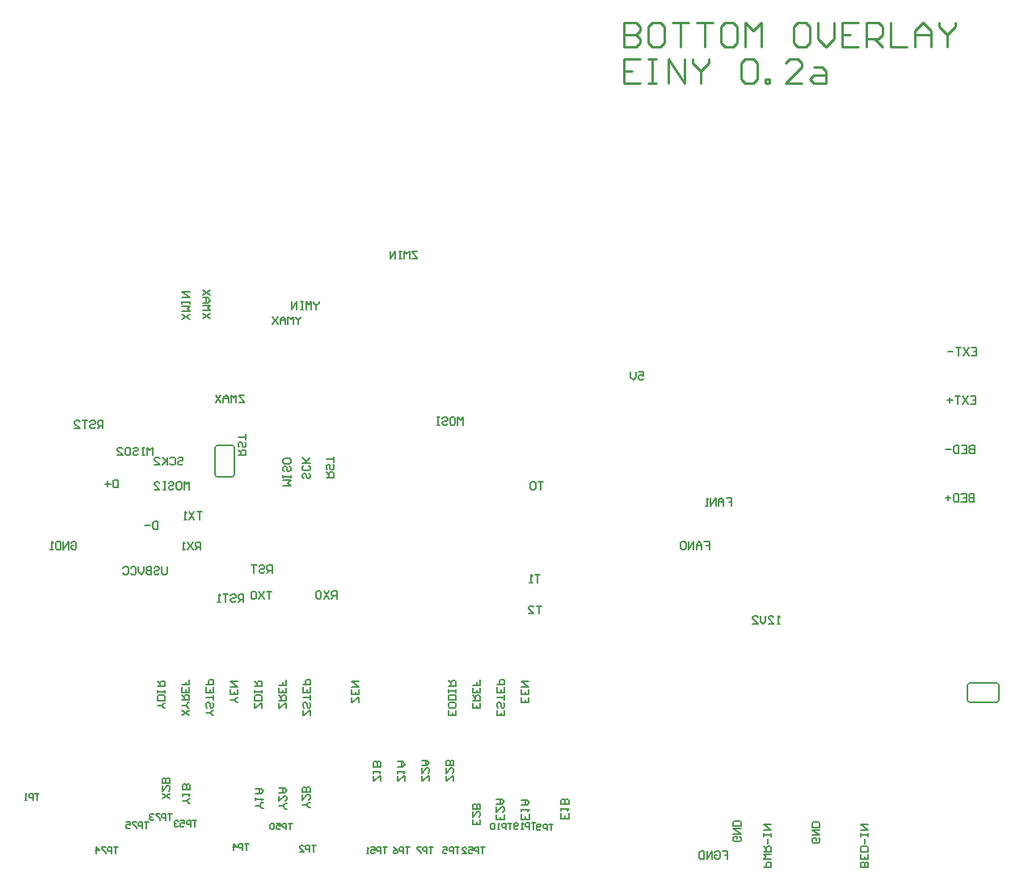
<source format=gbo>
G04 Layer_Color=32896*
%FSLAX25Y25*%
%MOIN*%
G70*
G01*
G75*
%ADD68C,0.01000*%
%ADD135C,0.00600*%
%ADD136C,0.00500*%
G54D68*
X259165Y352497D02*
X252500D01*
Y342500D01*
X259165D01*
X252500Y347498D02*
X255832D01*
X262497Y352497D02*
X265829D01*
X264163D01*
Y342500D01*
X262497D01*
X265829D01*
X270827D02*
Y352497D01*
X277492Y342500D01*
Y352497D01*
X280824D02*
Y350831D01*
X284156Y347498D01*
X287489Y350831D01*
Y352497D01*
X284156Y347498D02*
Y342500D01*
X300818Y350831D02*
X302484Y352497D01*
X305816D01*
X307482Y350831D01*
Y344166D01*
X305816Y342500D01*
X302484D01*
X300818Y344166D01*
Y350831D01*
X310814Y342500D02*
Y344166D01*
X312481D01*
Y342500D01*
X310814D01*
X325810D02*
X319145D01*
X325810Y349165D01*
Y350831D01*
X324144Y352497D01*
X320811D01*
X319145Y350831D01*
X330808Y349165D02*
X334140D01*
X335806Y347498D01*
Y342500D01*
X330808D01*
X329142Y344166D01*
X330808Y345832D01*
X335806D01*
X252500Y367497D02*
Y357500D01*
X257498D01*
X259165Y359166D01*
Y360832D01*
X257498Y362498D01*
X252500D01*
X257498D01*
X259165Y364164D01*
Y365831D01*
X257498Y367497D01*
X252500D01*
X267495D02*
X264163D01*
X262497Y365831D01*
Y359166D01*
X264163Y357500D01*
X267495D01*
X269161Y359166D01*
Y365831D01*
X267495Y367497D01*
X272494D02*
X279158D01*
X275826D01*
Y357500D01*
X282490Y367497D02*
X289155D01*
X285823D01*
Y357500D01*
X297485Y367497D02*
X294153D01*
X292487Y365831D01*
Y359166D01*
X294153Y357500D01*
X297485D01*
X299152Y359166D01*
Y365831D01*
X297485Y367497D01*
X302484Y357500D02*
Y367497D01*
X305816Y364164D01*
X309148Y367497D01*
Y357500D01*
X327476Y367497D02*
X324144D01*
X322477Y365831D01*
Y359166D01*
X324144Y357500D01*
X327476D01*
X329142Y359166D01*
Y365831D01*
X327476Y367497D01*
X332474D02*
Y360832D01*
X335806Y357500D01*
X339139Y360832D01*
Y367497D01*
X349135D02*
X342471D01*
Y357500D01*
X349135D01*
X342471Y362498D02*
X345803D01*
X352468Y357500D02*
Y367497D01*
X357466D01*
X359132Y365831D01*
Y362498D01*
X357466Y360832D01*
X352468D01*
X355800D02*
X359132Y357500D01*
X362464Y367497D02*
Y357500D01*
X369129D01*
X372461D02*
Y364164D01*
X375794Y367497D01*
X379126Y364164D01*
Y357500D01*
Y362498D01*
X372461D01*
X382458Y367497D02*
Y365831D01*
X385790Y362498D01*
X389123Y365831D01*
Y367497D01*
X385790Y362498D02*
Y357500D01*
G54D135*
X90919Y180041D02*
X91626Y180334D01*
X91919Y181041D01*
Y192041D02*
X91626Y192748D01*
X90919Y193041D01*
X84919D02*
X84212Y192748D01*
X83919Y192041D01*
Y181041D02*
X84212Y180334D01*
X84919Y180041D01*
X394200Y88000D02*
X394493Y87293D01*
X395200Y87000D01*
X406200D02*
X406907Y87293D01*
X407200Y88000D01*
Y94000D02*
X406907Y94707D01*
X406200Y95000D01*
X395200D02*
X394493Y94707D01*
X394200Y94000D01*
X83919Y181041D02*
Y192041D01*
X84919Y193041D02*
X90919D01*
X84919Y180041D02*
X90919D01*
X91919Y181041D02*
Y192041D01*
X395200Y95000D02*
X406200D01*
X407200Y88000D02*
Y94000D01*
X394200Y88000D02*
Y94000D01*
X395200Y87000D02*
X406200D01*
X395767Y233299D02*
X397900D01*
Y230100D01*
X395767D01*
X397900Y231699D02*
X396834D01*
X394701Y233299D02*
X392568Y230100D01*
Y233299D02*
X394701Y230100D01*
X391502Y233299D02*
X389369D01*
X390436D01*
Y230100D01*
X388303Y231699D02*
X386170D01*
X395467Y213299D02*
X397600D01*
Y210100D01*
X395467D01*
X397600Y211700D02*
X396534D01*
X394401Y213299D02*
X392268Y210100D01*
Y213299D02*
X394401Y210100D01*
X391202Y213299D02*
X389069D01*
X390136D01*
Y210100D01*
X388003Y211700D02*
X385870D01*
X386937Y212766D02*
Y210633D01*
X397000Y193099D02*
Y189900D01*
X395401D01*
X394867Y190433D01*
Y190966D01*
X395401Y191499D01*
X397000D01*
X395401D01*
X394867Y192033D01*
Y192566D01*
X395401Y193099D01*
X397000D01*
X391668D02*
X393801D01*
Y189900D01*
X391668D01*
X393801Y191499D02*
X392735D01*
X390602Y193099D02*
Y189900D01*
X389003D01*
X388469Y190433D01*
Y192566D01*
X389003Y193099D01*
X390602D01*
X387403Y191499D02*
X385270D01*
X396900Y172999D02*
Y169800D01*
X395301D01*
X394767Y170333D01*
Y170866D01*
X395301Y171399D01*
X396900D01*
X395301D01*
X394767Y171933D01*
Y172466D01*
X395301Y172999D01*
X396900D01*
X391568D02*
X393701D01*
Y169800D01*
X391568D01*
X393701Y171399D02*
X392635D01*
X390502Y172999D02*
Y169800D01*
X388903D01*
X388369Y170333D01*
Y172466D01*
X388903Y172999D01*
X390502D01*
X387303Y171399D02*
X385170D01*
X386237Y172466D02*
Y170333D01*
X64000Y143099D02*
Y140433D01*
X63467Y139900D01*
X62401D01*
X61867Y140433D01*
Y143099D01*
X58668Y142566D02*
X59202Y143099D01*
X60268D01*
X60801Y142566D01*
Y142033D01*
X60268Y141499D01*
X59202D01*
X58668Y140966D01*
Y140433D01*
X59202Y139900D01*
X60268D01*
X60801Y140433D01*
X57602Y143099D02*
Y139900D01*
X56003D01*
X55469Y140433D01*
Y140966D01*
X56003Y141499D01*
X57602D01*
X56003D01*
X55469Y142033D01*
Y142566D01*
X56003Y143099D01*
X57602D01*
X54403D02*
Y140966D01*
X53337Y139900D01*
X52271Y140966D01*
Y143099D01*
X49071Y142566D02*
X49605Y143099D01*
X50671D01*
X51204Y142566D01*
Y140433D01*
X50671Y139900D01*
X49605D01*
X49071Y140433D01*
X45873Y142566D02*
X46406Y143099D01*
X47472D01*
X48005Y142566D01*
Y140433D01*
X47472Y139900D01*
X46406D01*
X45873Y140433D01*
X24467Y152766D02*
X25001Y153299D01*
X26067D01*
X26600Y152766D01*
Y150633D01*
X26067Y150100D01*
X25001D01*
X24467Y150633D01*
Y151699D01*
X25534D01*
X23401Y150100D02*
Y153299D01*
X21268Y150100D01*
Y153299D01*
X20202D02*
Y150100D01*
X18603D01*
X18069Y150633D01*
Y152766D01*
X18603Y153299D01*
X20202D01*
X17003Y150100D02*
X15937D01*
X16470D01*
Y153299D01*
X17003Y152766D01*
X60300Y161699D02*
Y158500D01*
X58701D01*
X58167Y159033D01*
Y161166D01*
X58701Y161699D01*
X60300D01*
X57101Y160099D02*
X54968D01*
X43900Y178799D02*
Y175600D01*
X42301D01*
X41767Y176133D01*
Y178266D01*
X42301Y178799D01*
X43900D01*
X40701Y177199D02*
X38568D01*
X39635Y178266D02*
Y176133D01*
X258467Y223299D02*
X260600D01*
Y221700D01*
X259534Y222233D01*
X259000D01*
X258467Y221700D01*
Y220633D01*
X259000Y220100D01*
X260067D01*
X260600Y220633D01*
X257401Y223299D02*
Y221166D01*
X256335Y220100D01*
X255268Y221166D01*
Y223299D01*
X186100Y201400D02*
Y204599D01*
X185034Y203533D01*
X183967Y204599D01*
Y201400D01*
X181301Y204599D02*
X182368D01*
X182901Y204066D01*
Y201933D01*
X182368Y201400D01*
X181301D01*
X180768Y201933D01*
Y204066D01*
X181301Y204599D01*
X177569Y204066D02*
X178103Y204599D01*
X179169D01*
X179702Y204066D01*
Y203533D01*
X179169Y202999D01*
X178103D01*
X177569Y202466D01*
Y201933D01*
X178103Y201400D01*
X179169D01*
X179702Y201933D01*
X176503Y204599D02*
X175437D01*
X175970D01*
Y201400D01*
X176503D01*
X175437D01*
X129700Y179800D02*
X132899D01*
Y181400D01*
X132366Y181933D01*
X131299D01*
X130766Y181400D01*
Y179800D01*
Y180866D02*
X129700Y181933D01*
X132366Y185132D02*
X132899Y184599D01*
Y183532D01*
X132366Y182999D01*
X131833D01*
X131299Y183532D01*
Y184599D01*
X130766Y185132D01*
X130233D01*
X129700Y184599D01*
Y183532D01*
X130233Y182999D01*
X132899Y186198D02*
Y188331D01*
Y187264D01*
X129700D01*
X122566Y181533D02*
X123099Y181000D01*
Y179933D01*
X122566Y179400D01*
X122033D01*
X121500Y179933D01*
Y181000D01*
X120966Y181533D01*
X120433D01*
X119900Y181000D01*
Y179933D01*
X120433Y179400D01*
X122566Y184732D02*
X123099Y184198D01*
Y183132D01*
X122566Y182599D01*
X120433D01*
X119900Y183132D01*
Y184198D01*
X120433Y184732D01*
X123099Y185798D02*
X119900D01*
X120966D01*
X123099Y187931D01*
X121500Y186331D01*
X119900Y187931D01*
X111800Y176500D02*
X114999D01*
X113933Y177566D01*
X114999Y178633D01*
X111800D01*
X114999Y179699D02*
Y180765D01*
Y180232D01*
X111800D01*
Y179699D01*
Y180765D01*
X114466Y184497D02*
X114999Y183964D01*
Y182898D01*
X114466Y182365D01*
X113933D01*
X113400Y182898D01*
Y183964D01*
X112866Y184497D01*
X112333D01*
X111800Y183964D01*
Y182898D01*
X112333Y182365D01*
X114999Y187163D02*
Y186097D01*
X114466Y185564D01*
X112333D01*
X111800Y186097D01*
Y187163D01*
X112333Y187696D01*
X114466D01*
X114999Y187163D01*
X95800Y213899D02*
X93667D01*
Y213366D01*
X95800Y211233D01*
Y210700D01*
X93667D01*
X92601D02*
Y213899D01*
X91535Y212833D01*
X90468Y213899D01*
Y210700D01*
X89402D02*
Y212833D01*
X88336Y213899D01*
X87269Y212833D01*
Y210700D01*
Y212299D01*
X89402D01*
X86203Y213899D02*
X84070Y210700D01*
Y213899D02*
X86203Y210700D01*
X167200Y273199D02*
X165067D01*
Y272666D01*
X167200Y270533D01*
Y270000D01*
X165067D01*
X164001D02*
Y273199D01*
X162935Y272133D01*
X161868Y273199D01*
Y270000D01*
X160802Y273199D02*
X159736D01*
X160269D01*
Y270000D01*
X160802D01*
X159736D01*
X158136D02*
Y273199D01*
X156004Y270000D01*
Y273199D01*
X119300Y246199D02*
Y245666D01*
X118234Y244600D01*
X117167Y245666D01*
Y246199D01*
X118234Y244600D02*
Y243000D01*
X116101D02*
Y246199D01*
X115035Y245133D01*
X113968Y246199D01*
Y243000D01*
X112902D02*
Y245133D01*
X111836Y246199D01*
X110769Y245133D01*
Y243000D01*
Y244600D01*
X112902D01*
X109703Y246199D02*
X107571Y243000D01*
Y246199D02*
X109703Y243000D01*
X126700Y252299D02*
Y251766D01*
X125634Y250699D01*
X124567Y251766D01*
Y252299D01*
X125634Y250699D02*
Y249100D01*
X123501D02*
Y252299D01*
X122435Y251233D01*
X121368Y252299D01*
Y249100D01*
X120302Y252299D02*
X119236D01*
X119769D01*
Y249100D01*
X120302D01*
X119236D01*
X117636D02*
Y252299D01*
X115504Y249100D01*
Y252299D01*
X81899Y245400D02*
X78700Y247533D01*
X81899D02*
X78700Y245400D01*
Y248599D02*
X81899D01*
X80833Y249665D01*
X81899Y250732D01*
X78700D01*
Y251798D02*
X80833D01*
X81899Y252864D01*
X80833Y253931D01*
X78700D01*
X80300D01*
Y251798D01*
X81899Y254997D02*
X78700Y257130D01*
X81899D02*
X78700Y254997D01*
X73499Y245100D02*
X70300Y247233D01*
X73499D02*
X70300Y245100D01*
Y248299D02*
X73499D01*
X72433Y249365D01*
X73499Y250432D01*
X70300D01*
X73499Y251498D02*
Y252564D01*
Y252031D01*
X70300D01*
Y251498D01*
Y252564D01*
Y254164D02*
X73499D01*
X70300Y256296D01*
X73499D01*
X37600Y200100D02*
Y203299D01*
X36000D01*
X35467Y202766D01*
Y201699D01*
X36000Y201166D01*
X37600D01*
X36534D02*
X35467Y200100D01*
X32268Y202766D02*
X32801Y203299D01*
X33868D01*
X34401Y202766D01*
Y202233D01*
X33868Y201699D01*
X32801D01*
X32268Y201166D01*
Y200633D01*
X32801Y200100D01*
X33868D01*
X34401Y200633D01*
X31202Y203299D02*
X29069D01*
X30136D01*
Y200100D01*
X25870D02*
X28003D01*
X25870Y202233D01*
Y202766D01*
X26404Y203299D01*
X27470D01*
X28003Y202766D01*
X93400Y189100D02*
X96599D01*
Y190700D01*
X96066Y191233D01*
X94999D01*
X94466Y190700D01*
Y189100D01*
Y190166D02*
X93400Y191233D01*
X96066Y194432D02*
X96599Y193898D01*
Y192832D01*
X96066Y192299D01*
X95533D01*
X94999Y192832D01*
Y193898D01*
X94466Y194432D01*
X93933D01*
X93400Y193898D01*
Y192832D01*
X93933Y192299D01*
X96599Y195498D02*
Y197631D01*
Y196564D01*
X93400D01*
X58000Y189000D02*
Y192199D01*
X56934Y191133D01*
X55867Y192199D01*
Y189000D01*
X54801Y192199D02*
X53735D01*
X54268D01*
Y189000D01*
X54801D01*
X53735D01*
X50003Y191666D02*
X50536Y192199D01*
X51602D01*
X52135Y191666D01*
Y191133D01*
X51602Y190600D01*
X50536D01*
X50003Y190066D01*
Y189533D01*
X50536Y189000D01*
X51602D01*
X52135Y189533D01*
X47337Y192199D02*
X48403D01*
X48936Y191666D01*
Y189533D01*
X48403Y189000D01*
X47337D01*
X46804Y189533D01*
Y191666D01*
X47337Y192199D01*
X43605Y189000D02*
X45737D01*
X43605Y191133D01*
Y191666D01*
X44138Y192199D01*
X45204D01*
X45737Y191666D01*
X68467Y187666D02*
X69001Y188199D01*
X70067D01*
X70600Y187666D01*
Y187133D01*
X70067Y186600D01*
X69001D01*
X68467Y186066D01*
Y185533D01*
X69001Y185000D01*
X70067D01*
X70600Y185533D01*
X65268Y187666D02*
X65802Y188199D01*
X66868D01*
X67401Y187666D01*
Y185533D01*
X66868Y185000D01*
X65802D01*
X65268Y185533D01*
X64202Y188199D02*
Y185000D01*
Y186066D01*
X62069Y188199D01*
X63669Y186600D01*
X62069Y185000D01*
X58871D02*
X61003D01*
X58871Y187133D01*
Y187666D01*
X59404Y188199D01*
X60470D01*
X61003Y187666D01*
X73200Y174800D02*
Y177999D01*
X72134Y176933D01*
X71067Y177999D01*
Y174800D01*
X68401Y177999D02*
X69468D01*
X70001Y177466D01*
Y175333D01*
X69468Y174800D01*
X68401D01*
X67868Y175333D01*
Y177466D01*
X68401Y177999D01*
X64669Y177466D02*
X65203Y177999D01*
X66269D01*
X66802Y177466D01*
Y176933D01*
X66269Y176400D01*
X65203D01*
X64669Y175866D01*
Y175333D01*
X65203Y174800D01*
X66269D01*
X66802Y175333D01*
X63603Y177999D02*
X62537D01*
X63070D01*
Y174800D01*
X63603D01*
X62537D01*
X58805D02*
X60937D01*
X58805Y176933D01*
Y177466D01*
X59338Y177999D01*
X60404D01*
X60937Y177466D01*
X78482Y165634D02*
X76350D01*
X77416D01*
Y162435D01*
X75283Y165634D02*
X73151Y162435D01*
Y165634D02*
X75283Y162435D01*
X72084D02*
X71018D01*
X71551D01*
Y165634D01*
X72084Y165101D01*
X77900Y150000D02*
Y153199D01*
X76301D01*
X75767Y152666D01*
Y151600D01*
X76301Y151066D01*
X77900D01*
X76834D02*
X75767Y150000D01*
X74701Y153199D02*
X72568Y150000D01*
Y153199D02*
X74701Y150000D01*
X71502D02*
X70436D01*
X70969D01*
Y153199D01*
X71502Y152666D01*
X95621Y128372D02*
Y131571D01*
X94021D01*
X93488Y131038D01*
Y129972D01*
X94021Y129439D01*
X95621D01*
X94555D02*
X93488Y128372D01*
X90289Y131038D02*
X90822Y131571D01*
X91889D01*
X92422Y131038D01*
Y130505D01*
X91889Y129972D01*
X90822D01*
X90289Y129439D01*
Y128905D01*
X90822Y128372D01*
X91889D01*
X92422Y128905D01*
X89223Y131571D02*
X87090D01*
X88156D01*
Y128372D01*
X86024D02*
X84958D01*
X85491D01*
Y131571D01*
X86024Y131038D01*
X107400Y140400D02*
Y143599D01*
X105800D01*
X105267Y143066D01*
Y141999D01*
X105800Y141466D01*
X107400D01*
X106334D02*
X105267Y140400D01*
X102068Y143066D02*
X102602Y143599D01*
X103668D01*
X104201Y143066D01*
Y142533D01*
X103668Y141999D01*
X102602D01*
X102068Y141466D01*
Y140933D01*
X102602Y140400D01*
X103668D01*
X104201Y140933D01*
X101002Y143599D02*
X98869D01*
X99936D01*
Y140400D01*
X107200Y132899D02*
X105067D01*
X106134D01*
Y129700D01*
X104001Y132899D02*
X101868Y129700D01*
Y132899D02*
X104001Y129700D01*
X100802Y132366D02*
X100269Y132899D01*
X99203D01*
X98669Y132366D01*
Y130233D01*
X99203Y129700D01*
X100269D01*
X100802Y130233D01*
Y132366D01*
X134000Y129900D02*
Y133099D01*
X132401D01*
X131867Y132566D01*
Y131500D01*
X132401Y130966D01*
X134000D01*
X132934D02*
X131867Y129900D01*
X130801Y133099D02*
X128668Y129900D01*
Y133099D02*
X130801Y129900D01*
X127602Y132566D02*
X127069Y133099D01*
X126003D01*
X125469Y132566D01*
Y130433D01*
X126003Y129900D01*
X127069D01*
X127602Y130433D01*
Y132566D01*
X218500Y126899D02*
X216367D01*
X217434D01*
Y123700D01*
X213168D02*
X215301D01*
X213168Y125833D01*
Y126366D01*
X213702Y126899D01*
X214768D01*
X215301Y126366D01*
X217900Y139599D02*
X215767D01*
X216834D01*
Y136400D01*
X214701D02*
X213635D01*
X214168D01*
Y139599D01*
X214701Y139066D01*
X219200Y178099D02*
X217067D01*
X218134D01*
Y174900D01*
X216001Y177566D02*
X215468Y178099D01*
X214402D01*
X213868Y177566D01*
Y175433D01*
X214402Y174900D01*
X215468D01*
X216001Y175433D01*
Y177566D01*
X294667Y171399D02*
X296800D01*
Y169799D01*
X295734D01*
X296800D01*
Y168200D01*
X293601D02*
Y170333D01*
X292535Y171399D01*
X291468Y170333D01*
Y168200D01*
Y169799D01*
X293601D01*
X290402Y168200D02*
Y171399D01*
X288269Y168200D01*
Y171399D01*
X287203Y168200D02*
X286137D01*
X286670D01*
Y171399D01*
X287203Y170866D01*
X285567Y153299D02*
X287700D01*
Y151699D01*
X286634D01*
X287700D01*
Y150100D01*
X284501D02*
Y152233D01*
X283435Y153299D01*
X282368Y152233D01*
Y150100D01*
Y151699D01*
X284501D01*
X281302Y150100D02*
Y153299D01*
X279169Y150100D01*
Y153299D01*
X278103Y152766D02*
X277570Y153299D01*
X276504D01*
X275970Y152766D01*
Y150633D01*
X276504Y150100D01*
X277570D01*
X278103Y150633D01*
Y152766D01*
X316800Y119500D02*
X315734D01*
X316267D01*
Y122699D01*
X316800Y122166D01*
X312002Y119500D02*
X314134D01*
X312002Y121633D01*
Y122166D01*
X312535Y122699D01*
X313601D01*
X314134Y122166D01*
X310935Y122699D02*
Y120566D01*
X309869Y119500D01*
X308803Y120566D01*
Y122699D01*
X305604Y119500D02*
X307736D01*
X305604Y121633D01*
Y122166D01*
X306137Y122699D01*
X307203D01*
X307736Y122166D01*
X353299Y19100D02*
X350100D01*
Y20699D01*
X350633Y21233D01*
X351166D01*
X351699Y20699D01*
Y19100D01*
Y20699D01*
X352233Y21233D01*
X352766D01*
X353299Y20699D01*
Y19100D01*
Y24432D02*
Y22299D01*
X350100D01*
Y24432D01*
X351699Y22299D02*
Y23365D01*
X353299Y25498D02*
X350100D01*
Y27097D01*
X350633Y27631D01*
X352766D01*
X353299Y27097D01*
Y25498D01*
X351699Y28697D02*
Y30830D01*
X353299Y31896D02*
Y32962D01*
Y32429D01*
X350100D01*
Y31896D01*
Y32962D01*
Y34562D02*
X353299D01*
X350100Y36694D01*
X353299D01*
X332766Y31233D02*
X333299Y30700D01*
Y29633D01*
X332766Y29100D01*
X330633D01*
X330100Y29633D01*
Y30700D01*
X330633Y31233D01*
X331699D01*
Y30166D01*
X330100Y32299D02*
X333299D01*
X330100Y34432D01*
X333299D01*
Y35498D02*
X330100D01*
Y37097D01*
X330633Y37631D01*
X332766D01*
X333299Y37097D01*
Y35498D01*
X310100Y19100D02*
X313299D01*
Y20699D01*
X312766Y21233D01*
X311700D01*
X311166Y20699D01*
Y19100D01*
X313299Y22299D02*
X310100D01*
X311166Y23365D01*
X310100Y24432D01*
X313299D01*
X310100Y25498D02*
X313299D01*
Y27097D01*
X312766Y27631D01*
X311700D01*
X311166Y27097D01*
Y25498D01*
Y26564D02*
X310100Y27631D01*
X311700Y28697D02*
Y30830D01*
X313299Y31896D02*
Y32962D01*
Y32429D01*
X310100D01*
Y31896D01*
Y32962D01*
Y34562D02*
X313299D01*
X310100Y36694D01*
X313299D01*
X300266Y31733D02*
X300799Y31199D01*
Y30133D01*
X300266Y29600D01*
X298133D01*
X297600Y30133D01*
Y31199D01*
X298133Y31733D01*
X299200D01*
Y30666D01*
X297600Y32799D02*
X300799D01*
X297600Y34932D01*
X300799D01*
Y35998D02*
X297600D01*
Y37597D01*
X298133Y38131D01*
X300266D01*
X300799Y37597D01*
Y35998D01*
X293067Y25599D02*
X295200D01*
Y24000D01*
X294134D01*
X295200D01*
Y22400D01*
X289868Y25066D02*
X290402Y25599D01*
X291468D01*
X292001Y25066D01*
Y22933D01*
X291468Y22400D01*
X290402D01*
X289868Y22933D01*
Y24000D01*
X290935D01*
X288802Y22400D02*
Y25599D01*
X286669Y22400D01*
Y25599D01*
X285603D02*
Y22400D01*
X284004D01*
X283470Y22933D01*
Y25066D01*
X284004Y25599D01*
X285603D01*
X229799Y41333D02*
Y39200D01*
X226600D01*
Y41333D01*
X228200Y39200D02*
Y40266D01*
X226600Y42399D02*
Y43465D01*
Y42932D01*
X229799D01*
X229266Y42399D01*
X229799Y45065D02*
X226600D01*
Y46664D01*
X227133Y47197D01*
X227666D01*
X228200Y46664D01*
Y45065D01*
Y46664D01*
X228733Y47197D01*
X229266D01*
X229799Y46664D01*
Y45065D01*
X213399Y41033D02*
Y38900D01*
X210200D01*
Y41033D01*
X211800Y38900D02*
Y39966D01*
X210200Y42099D02*
Y43165D01*
Y42632D01*
X213399D01*
X212866Y42099D01*
X210200Y44765D02*
X212333D01*
X213399Y45831D01*
X212333Y46897D01*
X210200D01*
X211800D01*
Y44765D01*
X203099Y40733D02*
Y38600D01*
X199900D01*
Y40733D01*
X201500Y38600D02*
Y39666D01*
X199900Y43932D02*
Y41799D01*
X202033Y43932D01*
X202566D01*
X203099Y43398D01*
Y42332D01*
X202566Y41799D01*
X199900Y44998D02*
X202033D01*
X203099Y46064D01*
X202033Y47131D01*
X199900D01*
X201500D01*
Y44998D01*
X193299Y38733D02*
Y36600D01*
X190100D01*
Y38733D01*
X191700Y36600D02*
Y37666D01*
X190100Y41932D02*
Y39799D01*
X192233Y41932D01*
X192766D01*
X193299Y41399D01*
Y40332D01*
X192766Y39799D01*
X193299Y42998D02*
X190100D01*
Y44597D01*
X190633Y45131D01*
X191166D01*
X191700Y44597D01*
Y42998D01*
Y44597D01*
X192233Y45131D01*
X192766D01*
X193299Y44597D01*
Y42998D01*
X182299Y54600D02*
Y56733D01*
X181766D01*
X179633Y54600D01*
X179100D01*
Y56733D01*
Y59932D02*
Y57799D01*
X181233Y59932D01*
X181766D01*
X182299Y59399D01*
Y58332D01*
X181766Y57799D01*
X182299Y60998D02*
X179100D01*
Y62597D01*
X179633Y63131D01*
X180166D01*
X180700Y62597D01*
Y60998D01*
Y62597D01*
X181233Y63131D01*
X181766D01*
X182299Y62597D01*
Y60998D01*
X172299Y54600D02*
Y56733D01*
X171766D01*
X169633Y54600D01*
X169100D01*
Y56733D01*
Y59932D02*
Y57799D01*
X171233Y59932D01*
X171766D01*
X172299Y59399D01*
Y58332D01*
X171766Y57799D01*
X169100Y60998D02*
X171233D01*
X172299Y62064D01*
X171233Y63131D01*
X169100D01*
X170700D01*
Y60998D01*
X162299Y54600D02*
Y56733D01*
X161766D01*
X159633Y54600D01*
X159100D01*
Y56733D01*
Y57799D02*
Y58865D01*
Y58332D01*
X162299D01*
X161766Y57799D01*
X159100Y60465D02*
X161233D01*
X162299Y61531D01*
X161233Y62597D01*
X159100D01*
X160699D01*
Y60465D01*
X152299Y54600D02*
Y56733D01*
X151766D01*
X149633Y54600D01*
X149100D01*
Y56733D01*
Y57799D02*
Y58865D01*
Y58332D01*
X152299D01*
X151766Y57799D01*
X152299Y60465D02*
X149100D01*
Y62064D01*
X149633Y62597D01*
X150166D01*
X150699Y62064D01*
Y60465D01*
Y62064D01*
X151233Y62597D01*
X151766D01*
X152299Y62064D01*
Y60465D01*
X122999Y43600D02*
X122466D01*
X121399Y44666D01*
X122466Y45733D01*
X122999D01*
X121399Y44666D02*
X119800D01*
Y48932D02*
Y46799D01*
X121933Y48932D01*
X122466D01*
X122999Y48399D01*
Y47332D01*
X122466Y46799D01*
X122999Y49998D02*
X119800D01*
Y51597D01*
X120333Y52131D01*
X120866D01*
X121399Y51597D01*
Y49998D01*
Y51597D01*
X121933Y52131D01*
X122466D01*
X122999Y51597D01*
Y49998D01*
X113399Y43200D02*
X112866D01*
X111800Y44266D01*
X112866Y45333D01*
X113399D01*
X111800Y44266D02*
X110200D01*
Y48532D02*
Y46399D01*
X112333Y48532D01*
X112866D01*
X113399Y47998D01*
Y46932D01*
X112866Y46399D01*
X110200Y49598D02*
X112333D01*
X113399Y50664D01*
X112333Y51731D01*
X110200D01*
X111800D01*
Y49598D01*
X103799Y43500D02*
X103266D01*
X102199Y44566D01*
X103266Y45633D01*
X103799D01*
X102199Y44566D02*
X100600D01*
Y46699D02*
Y47765D01*
Y47232D01*
X103799D01*
X103266Y46699D01*
X100600Y49365D02*
X102733D01*
X103799Y50431D01*
X102733Y51497D01*
X100600D01*
X102199D01*
Y49365D01*
X73599Y45300D02*
X73066D01*
X72000Y46366D01*
X73066Y47433D01*
X73599D01*
X72000Y46366D02*
X70400D01*
Y48499D02*
Y49565D01*
Y49032D01*
X73599D01*
X73066Y48499D01*
X73599Y51165D02*
X70400D01*
Y52764D01*
X70933Y53297D01*
X71466D01*
X72000Y52764D01*
Y51165D01*
Y52764D01*
X72533Y53297D01*
X73066D01*
X73599Y52764D01*
Y51165D01*
X65199Y47300D02*
X62000Y49433D01*
X65199D02*
X62000Y47300D01*
Y52632D02*
Y50499D01*
X64133Y52632D01*
X64666D01*
X65199Y52099D01*
Y51032D01*
X64666Y50499D01*
X65199Y53698D02*
X62000D01*
Y55297D01*
X62533Y55831D01*
X63066D01*
X63599Y55297D01*
Y53698D01*
Y55297D01*
X64133Y55831D01*
X64666D01*
X65199Y55297D01*
Y53698D01*
X213299Y89233D02*
Y87100D01*
X210100D01*
Y89233D01*
X211700Y87100D02*
Y88166D01*
X213299Y92432D02*
Y90299D01*
X210100D01*
Y92432D01*
X211700Y90299D02*
Y91365D01*
X210100Y93498D02*
X213299D01*
X210100Y95631D01*
X213299D01*
X203299Y83733D02*
Y81600D01*
X200100D01*
Y83733D01*
X201699Y81600D02*
Y82666D01*
X202766Y86932D02*
X203299Y86399D01*
Y85332D01*
X202766Y84799D01*
X202233D01*
X201699Y85332D01*
Y86399D01*
X201166Y86932D01*
X200633D01*
X200100Y86399D01*
Y85332D01*
X200633Y84799D01*
X203299Y87998D02*
Y90131D01*
Y89064D01*
X200100D01*
X203299Y93330D02*
Y91197D01*
X200100D01*
Y93330D01*
X201699Y91197D02*
Y92263D01*
X200100Y94396D02*
X203299D01*
Y95995D01*
X202766Y96529D01*
X201699D01*
X201166Y95995D01*
Y94396D01*
X193299Y86733D02*
Y84600D01*
X190100D01*
Y86733D01*
X191700Y84600D02*
Y85666D01*
X190100Y87799D02*
X193299D01*
Y89398D01*
X192766Y89932D01*
X191700D01*
X191166Y89398D01*
Y87799D01*
Y88865D02*
X190100Y89932D01*
X193299Y93131D02*
Y90998D01*
X190100D01*
Y93131D01*
X191700Y90998D02*
Y92064D01*
X193299Y96329D02*
Y94197D01*
X191700D01*
Y95263D01*
Y94197D01*
X190100D01*
X183299Y83733D02*
Y81600D01*
X180100D01*
Y83733D01*
X181700Y81600D02*
Y82666D01*
X182766Y84799D02*
X183299Y85332D01*
Y86399D01*
X182766Y86932D01*
X180633D01*
X180100Y86399D01*
Y85332D01*
X180633Y84799D01*
X182766D01*
X183299Y87998D02*
X180100D01*
Y89597D01*
X180633Y90131D01*
X182766D01*
X183299Y89597D01*
Y87998D01*
Y91197D02*
Y92263D01*
Y91730D01*
X180100D01*
Y91197D01*
Y92263D01*
Y93863D02*
X183299D01*
Y95462D01*
X182766Y95995D01*
X181700D01*
X181166Y95462D01*
Y93863D01*
Y94929D02*
X180100Y95995D01*
X143299Y87100D02*
Y89233D01*
X142766D01*
X140633Y87100D01*
X140100D01*
Y89233D01*
X143299Y92432D02*
Y90299D01*
X140100D01*
Y92432D01*
X141700Y90299D02*
Y91365D01*
X140100Y93498D02*
X143299D01*
X140100Y95631D01*
X143299D01*
X123299Y81600D02*
Y83733D01*
X122766D01*
X120633Y81600D01*
X120100D01*
Y83733D01*
X122766Y86932D02*
X123299Y86399D01*
Y85332D01*
X122766Y84799D01*
X122233D01*
X121700Y85332D01*
Y86399D01*
X121166Y86932D01*
X120633D01*
X120100Y86399D01*
Y85332D01*
X120633Y84799D01*
X123299Y87998D02*
Y90131D01*
Y89064D01*
X120100D01*
X123299Y93330D02*
Y91197D01*
X120100D01*
Y93330D01*
X121700Y91197D02*
Y92263D01*
X120100Y94396D02*
X123299D01*
Y95995D01*
X122766Y96529D01*
X121700D01*
X121166Y95995D01*
Y94396D01*
X113299Y84600D02*
Y86733D01*
X112766D01*
X110633Y84600D01*
X110100D01*
Y86733D01*
Y87799D02*
X113299D01*
Y89398D01*
X112766Y89932D01*
X111699D01*
X111166Y89398D01*
Y87799D01*
Y88865D02*
X110100Y89932D01*
X113299Y93131D02*
Y90998D01*
X110100D01*
Y93131D01*
X111699Y90998D02*
Y92064D01*
X113299Y96329D02*
Y94197D01*
X111699D01*
Y95263D01*
Y94197D01*
X110100D01*
X103299Y84600D02*
Y86733D01*
X102766D01*
X100633Y84600D01*
X100100D01*
Y86733D01*
X103299Y87799D02*
X100100D01*
Y89398D01*
X100633Y89932D01*
X102766D01*
X103299Y89398D01*
Y87799D01*
Y90998D02*
Y92064D01*
Y91531D01*
X100100D01*
Y90998D01*
Y92064D01*
Y93664D02*
X103299D01*
Y95263D01*
X102766Y95796D01*
X101699D01*
X101166Y95263D01*
Y93664D01*
Y94730D02*
X100100Y95796D01*
X93299Y87100D02*
X92766D01*
X91699Y88166D01*
X92766Y89233D01*
X93299D01*
X91699Y88166D02*
X90100D01*
X93299Y92432D02*
Y90299D01*
X90100D01*
Y92432D01*
X91699Y90299D02*
Y91365D01*
X90100Y93498D02*
X93299D01*
X90100Y95631D01*
X93299D01*
X83299Y81600D02*
X82766D01*
X81700Y82666D01*
X82766Y83733D01*
X83299D01*
X81700Y82666D02*
X80100D01*
X82766Y86932D02*
X83299Y86399D01*
Y85332D01*
X82766Y84799D01*
X82233D01*
X81700Y85332D01*
Y86399D01*
X81166Y86932D01*
X80633D01*
X80100Y86399D01*
Y85332D01*
X80633Y84799D01*
X83299Y87998D02*
Y90131D01*
Y89064D01*
X80100D01*
X83299Y93330D02*
Y91197D01*
X80100D01*
Y93330D01*
X81700Y91197D02*
Y92263D01*
X80100Y94396D02*
X83299D01*
Y95995D01*
X82766Y96529D01*
X81700D01*
X81166Y95995D01*
Y94396D01*
X73299Y81600D02*
X70100Y83733D01*
X73299D02*
X70100Y81600D01*
X73299Y84799D02*
X72766D01*
X71700Y85865D01*
X72766Y86932D01*
X73299D01*
X71700Y85865D02*
X70100D01*
Y87998D02*
X73299D01*
Y89597D01*
X72766Y90131D01*
X71700D01*
X71166Y89597D01*
Y87998D01*
Y89064D02*
X70100Y90131D01*
X73299Y93330D02*
Y91197D01*
X70100D01*
Y93330D01*
X71700Y91197D02*
Y92263D01*
X73299Y96529D02*
Y94396D01*
X71700D01*
Y95462D01*
Y94396D01*
X70100D01*
X63299Y84600D02*
X62766D01*
X61699Y85666D01*
X62766Y86733D01*
X63299D01*
X61699Y85666D02*
X60100D01*
X63299Y87799D02*
X60100D01*
Y89398D01*
X60633Y89932D01*
X62766D01*
X63299Y89398D01*
Y87799D01*
Y90998D02*
Y92064D01*
Y91531D01*
X60100D01*
Y90998D01*
Y92064D01*
Y93664D02*
X63299D01*
Y95263D01*
X62766Y95796D01*
X61699D01*
X61166Y95263D01*
Y93664D01*
Y94730D02*
X60100Y95796D01*
G54D136*
X66100Y40999D02*
X64434D01*
X65267D01*
Y38500D01*
X63601D02*
Y40999D01*
X62351D01*
X61935Y40583D01*
Y39750D01*
X62351Y39333D01*
X63601D01*
X61102Y40999D02*
X59435D01*
Y40583D01*
X61102Y38917D01*
Y38500D01*
X58602Y40583D02*
X58186Y40999D01*
X57353D01*
X56936Y40583D01*
Y40166D01*
X57353Y39750D01*
X57769D01*
X57353D01*
X56936Y39333D01*
Y38917D01*
X57353Y38500D01*
X58186D01*
X58602Y38917D01*
X43700Y27299D02*
X42034D01*
X42867D01*
Y24800D01*
X41201D02*
Y27299D01*
X39951D01*
X39535Y26883D01*
Y26050D01*
X39951Y25633D01*
X41201D01*
X38702Y27299D02*
X37036D01*
Y26883D01*
X38702Y25216D01*
Y24800D01*
X34953D02*
Y27299D01*
X36202Y26050D01*
X34536D01*
X56400Y37599D02*
X54734D01*
X55567D01*
Y35100D01*
X53901D02*
Y37599D01*
X52651D01*
X52235Y37183D01*
Y36350D01*
X52651Y35933D01*
X53901D01*
X51402Y37599D02*
X49736D01*
Y37183D01*
X51402Y35517D01*
Y35100D01*
X47236Y37599D02*
X48902D01*
Y36350D01*
X48069Y36766D01*
X47653D01*
X47236Y36350D01*
Y35517D01*
X47653Y35100D01*
X48486D01*
X48902Y35517D01*
X11300Y49399D02*
X9634D01*
X10467D01*
Y46900D01*
X8801D02*
Y49399D01*
X7551D01*
X7135Y48983D01*
Y48150D01*
X7551Y47733D01*
X8801D01*
X6302Y46900D02*
X5469D01*
X5885D01*
Y49399D01*
X6302Y48983D01*
X125400Y27999D02*
X123734D01*
X124567D01*
Y25500D01*
X122901D02*
Y27999D01*
X121651D01*
X121235Y27583D01*
Y26750D01*
X121651Y26333D01*
X122901D01*
X118736Y25500D02*
X120402D01*
X118736Y27166D01*
Y27583D01*
X119152Y27999D01*
X119985D01*
X120402Y27583D01*
X97700Y28699D02*
X96034D01*
X96867D01*
Y26200D01*
X95201D02*
Y28699D01*
X93951D01*
X93535Y28283D01*
Y27450D01*
X93951Y27033D01*
X95201D01*
X91452Y26200D02*
Y28699D01*
X92702Y27450D01*
X91035D01*
X115800Y37199D02*
X114134D01*
X114967D01*
Y34700D01*
X113301D02*
Y37199D01*
X112051D01*
X111635Y36783D01*
Y35950D01*
X112051Y35533D01*
X113301D01*
X109135Y37199D02*
X110802D01*
Y35950D01*
X109969Y36366D01*
X109552D01*
X109135Y35950D01*
Y35116D01*
X109552Y34700D01*
X110385D01*
X110802Y35116D01*
X108302Y36783D02*
X107886Y37199D01*
X107053D01*
X106636Y36783D01*
Y35116D01*
X107053Y34700D01*
X107886D01*
X108302Y35116D01*
Y36783D01*
X76200Y38299D02*
X74534D01*
X75367D01*
Y35800D01*
X73701D02*
Y38299D01*
X72451D01*
X72035Y37883D01*
Y37050D01*
X72451Y36633D01*
X73701D01*
X69535Y38299D02*
X71202D01*
Y37050D01*
X70369Y37466D01*
X69952D01*
X69535Y37050D01*
Y36217D01*
X69952Y35800D01*
X70785D01*
X71202Y36217D01*
X68702Y37883D02*
X68286Y38299D01*
X67453D01*
X67036Y37883D01*
Y37466D01*
X67453Y37050D01*
X67869D01*
X67453D01*
X67036Y36633D01*
Y36217D01*
X67453Y35800D01*
X68286D01*
X68702Y36217D01*
X184600Y27299D02*
X182934D01*
X183767D01*
Y24800D01*
X182101D02*
Y27299D01*
X180851D01*
X180435Y26883D01*
Y26050D01*
X180851Y25633D01*
X182101D01*
X177936Y27299D02*
X179602D01*
Y26050D01*
X178769Y26466D01*
X178352D01*
X177936Y26050D01*
Y25216D01*
X178352Y24800D01*
X179185D01*
X179602Y25216D01*
X164000Y27299D02*
X162334D01*
X163167D01*
Y24800D01*
X161501D02*
Y27299D01*
X160251D01*
X159835Y26883D01*
Y26050D01*
X160251Y25633D01*
X161501D01*
X157335Y27299D02*
X158169Y26883D01*
X159002Y26050D01*
Y25216D01*
X158585Y24800D01*
X157752D01*
X157335Y25216D01*
Y25633D01*
X157752Y26050D01*
X159002D01*
X173800Y27299D02*
X172134D01*
X172967D01*
Y24800D01*
X171301D02*
Y27299D01*
X170051D01*
X169635Y26883D01*
Y26050D01*
X170051Y25633D01*
X171301D01*
X168802Y27299D02*
X167136D01*
Y26883D01*
X168802Y25216D01*
Y24800D01*
X154700Y27299D02*
X153034D01*
X153867D01*
Y24800D01*
X152201D02*
Y27299D01*
X150951D01*
X150535Y26883D01*
Y26050D01*
X150951Y25633D01*
X152201D01*
X148036Y27299D02*
X149702D01*
Y26050D01*
X148869Y26466D01*
X148452D01*
X148036Y26050D01*
Y25216D01*
X148452Y24800D01*
X149285D01*
X149702Y25216D01*
X147202Y24800D02*
X146369D01*
X146786D01*
Y27299D01*
X147202Y26883D01*
X223202Y36899D02*
X221536D01*
X222369D01*
Y34400D01*
X220703D02*
Y36899D01*
X219453D01*
X219037Y36483D01*
Y35650D01*
X219453Y35233D01*
X220703D01*
X218204Y34817D02*
X217787Y34400D01*
X216954D01*
X216538Y34817D01*
Y36483D01*
X216954Y36899D01*
X217787D01*
X218204Y36483D01*
Y36066D01*
X217787Y35650D01*
X216538D01*
X206200Y37199D02*
X204534D01*
X205367D01*
Y34700D01*
X203701D02*
Y37199D01*
X202451D01*
X202035Y36783D01*
Y35950D01*
X202451Y35533D01*
X203701D01*
X201202Y34700D02*
X200369D01*
X200785D01*
Y37199D01*
X201202Y36783D01*
X199119D02*
X198702Y37199D01*
X197869D01*
X197453Y36783D01*
Y35116D01*
X197869Y34700D01*
X198702D01*
X199119Y35116D01*
Y36783D01*
X216000Y37299D02*
X214334D01*
X215167D01*
Y34800D01*
X213501D02*
Y37299D01*
X212251D01*
X211835Y36883D01*
Y36050D01*
X212251Y35633D01*
X213501D01*
X211002Y34800D02*
X210169D01*
X210585D01*
Y37299D01*
X211002Y36883D01*
X208919Y35217D02*
X208502Y34800D01*
X207669D01*
X207253Y35217D01*
Y36883D01*
X207669Y37299D01*
X208502D01*
X208919Y36883D01*
Y36466D01*
X208502Y36050D01*
X207253D01*
X195100Y27299D02*
X193434D01*
X194267D01*
Y24800D01*
X192601D02*
Y27299D01*
X191351D01*
X190935Y26883D01*
Y26050D01*
X191351Y25633D01*
X192601D01*
X188435Y27299D02*
X190102D01*
Y26050D01*
X189269Y26466D01*
X188852D01*
X188435Y26050D01*
Y25216D01*
X188852Y24800D01*
X189685D01*
X190102Y25216D01*
X185936Y24800D02*
X187602D01*
X185936Y26466D01*
Y26883D01*
X186353Y27299D01*
X187186D01*
X187602Y26883D01*
M02*

</source>
